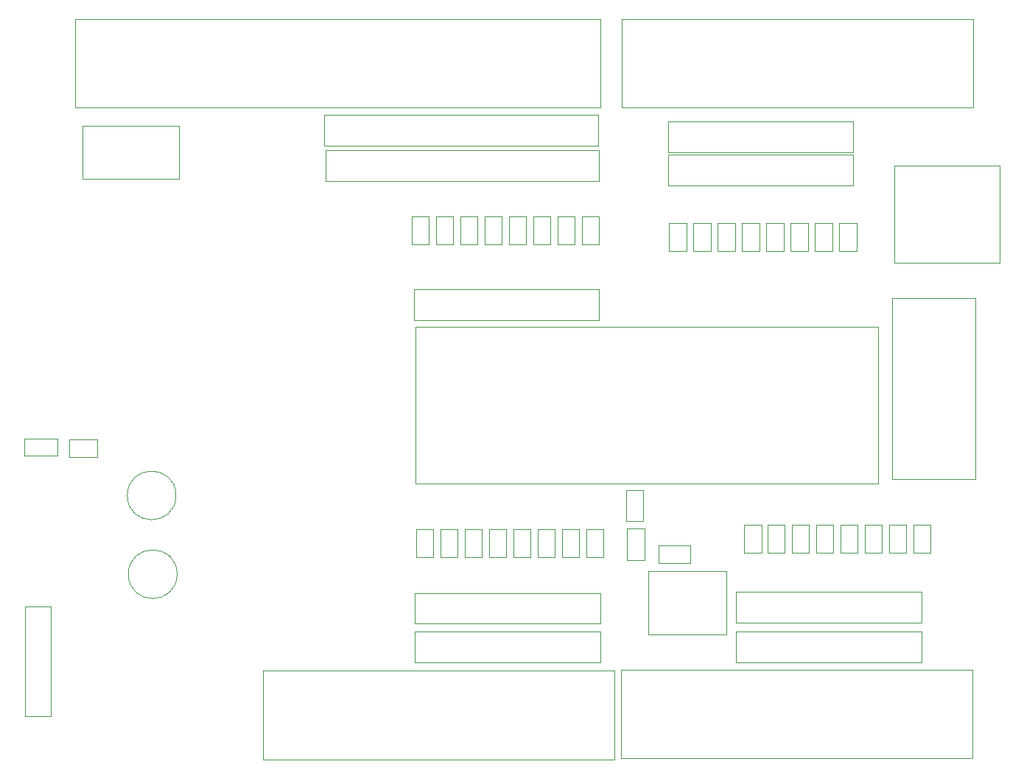
<source format=gbr>
G04 #@! TF.FileFunction,Other,User*
%FSLAX46Y46*%
G04 Gerber Fmt 4.6, Leading zero omitted, Abs format (unit mm)*
G04 Created by KiCad (PCBNEW 201611211049+7371~55~ubuntu16.10.1-product) date Mon Dec 19 15:07:25 2016*
%MOMM*%
%LPD*%
G01*
G04 APERTURE LIST*
%ADD10C,0.100000*%
%ADD11C,0.050000*%
G04 APERTURE END LIST*
D10*
D11*
X112274000Y-103906000D02*
G75*
G03X112274000Y-103906000I-2800000J0D01*
G01*
X112147000Y-94849000D02*
G75*
G03X112147000Y-94849000I-2800000J0D01*
G01*
X204043000Y-72120000D02*
X204043000Y-92970000D01*
X204043000Y-92970000D02*
X194443000Y-92970000D01*
X194443000Y-92970000D02*
X194443000Y-72120000D01*
X194443000Y-72120000D02*
X204043000Y-72120000D01*
X94766000Y-120249000D02*
X94766000Y-107599000D01*
X97766000Y-120249000D02*
X94766000Y-120249000D01*
X94766000Y-107599000D02*
X97766000Y-107599000D01*
X97766000Y-120249000D02*
X97766000Y-107599000D01*
X139663000Y-93475000D02*
X192863000Y-93475000D01*
X139663000Y-75425000D02*
X192863000Y-75425000D01*
X139663000Y-93475000D02*
X139663000Y-75425000D01*
X192863000Y-93475000D02*
X192863000Y-75425000D01*
X166442000Y-110838000D02*
X175442000Y-110838000D01*
X175442000Y-110838000D02*
X175442000Y-103538000D01*
X175442000Y-103538000D02*
X166442000Y-103538000D01*
X166442000Y-103538000D02*
X166442000Y-110838000D01*
X163973000Y-102257000D02*
X163973000Y-98657000D01*
X165973000Y-102257000D02*
X165973000Y-98657000D01*
X163973000Y-102257000D02*
X165973000Y-102257000D01*
X163973000Y-98657000D02*
X165973000Y-98657000D01*
X167618000Y-100600000D02*
X171218000Y-100600000D01*
X167618000Y-102600000D02*
X171218000Y-102600000D01*
X167618000Y-100600000D02*
X167618000Y-102600000D01*
X171218000Y-100600000D02*
X171218000Y-102600000D01*
X165846000Y-94212000D02*
X165846000Y-97812000D01*
X163846000Y-94212000D02*
X163846000Y-97812000D01*
X165846000Y-94212000D02*
X163846000Y-94212000D01*
X165846000Y-97812000D02*
X163846000Y-97812000D01*
X94747000Y-90231000D02*
X94747000Y-88331000D01*
X94747000Y-88331000D02*
X98547000Y-88331000D01*
X98547000Y-88331000D02*
X98547000Y-90231000D01*
X98547000Y-90231000D02*
X94747000Y-90231000D01*
X101374000Y-52352000D02*
X101374000Y-58402000D01*
X112524000Y-52352000D02*
X112524000Y-58402000D01*
X101374000Y-52352000D02*
X112524000Y-52352000D01*
X101374000Y-58402000D02*
X112524000Y-58402000D01*
X99873000Y-88408000D02*
X103073000Y-88408000D01*
X99873000Y-90408000D02*
X103073000Y-90408000D01*
X99873000Y-88408000D02*
X99873000Y-90408000D01*
X103073000Y-88408000D02*
X103073000Y-90408000D01*
X179435000Y-98222000D02*
X179435000Y-101422000D01*
X177435000Y-98222000D02*
X177435000Y-101422000D01*
X179435000Y-98222000D02*
X177435000Y-98222000D01*
X179435000Y-101422000D02*
X177435000Y-101422000D01*
X182102000Y-98222000D02*
X182102000Y-101422000D01*
X180102000Y-98222000D02*
X180102000Y-101422000D01*
X182102000Y-98222000D02*
X180102000Y-98222000D01*
X182102000Y-101422000D02*
X180102000Y-101422000D01*
X184896000Y-98222000D02*
X184896000Y-101422000D01*
X182896000Y-98222000D02*
X182896000Y-101422000D01*
X184896000Y-98222000D02*
X182896000Y-98222000D01*
X184896000Y-101422000D02*
X182896000Y-101422000D01*
X187690000Y-98222000D02*
X187690000Y-101422000D01*
X185690000Y-98222000D02*
X185690000Y-101422000D01*
X187690000Y-98222000D02*
X185690000Y-98222000D01*
X187690000Y-101422000D02*
X185690000Y-101422000D01*
X190484000Y-98222000D02*
X190484000Y-101422000D01*
X188484000Y-98222000D02*
X188484000Y-101422000D01*
X190484000Y-98222000D02*
X188484000Y-98222000D01*
X190484000Y-101422000D02*
X188484000Y-101422000D01*
X193278000Y-98222000D02*
X193278000Y-101422000D01*
X191278000Y-98222000D02*
X191278000Y-101422000D01*
X193278000Y-98222000D02*
X191278000Y-98222000D01*
X193278000Y-101422000D02*
X191278000Y-101422000D01*
X196072000Y-98222000D02*
X196072000Y-101422000D01*
X194072000Y-98222000D02*
X194072000Y-101422000D01*
X196072000Y-98222000D02*
X194072000Y-98222000D01*
X196072000Y-101422000D02*
X194072000Y-101422000D01*
X198866000Y-98222000D02*
X198866000Y-101422000D01*
X196866000Y-98222000D02*
X196866000Y-101422000D01*
X198866000Y-98222000D02*
X196866000Y-98222000D01*
X198866000Y-101422000D02*
X196866000Y-101422000D01*
X139208000Y-65989000D02*
X139208000Y-62789000D01*
X141208000Y-65989000D02*
X141208000Y-62789000D01*
X139208000Y-65989000D02*
X141208000Y-65989000D01*
X139208000Y-62789000D02*
X141208000Y-62789000D01*
X142002000Y-65989000D02*
X142002000Y-62789000D01*
X144002000Y-65989000D02*
X144002000Y-62789000D01*
X142002000Y-65989000D02*
X144002000Y-65989000D01*
X142002000Y-62789000D02*
X144002000Y-62789000D01*
X144796000Y-65989000D02*
X144796000Y-62789000D01*
X146796000Y-65989000D02*
X146796000Y-62789000D01*
X144796000Y-65989000D02*
X146796000Y-65989000D01*
X144796000Y-62789000D02*
X146796000Y-62789000D01*
X147590000Y-65989000D02*
X147590000Y-62789000D01*
X149590000Y-65989000D02*
X149590000Y-62789000D01*
X147590000Y-65989000D02*
X149590000Y-65989000D01*
X147590000Y-62789000D02*
X149590000Y-62789000D01*
X150384000Y-65989000D02*
X150384000Y-62789000D01*
X152384000Y-65989000D02*
X152384000Y-62789000D01*
X150384000Y-65989000D02*
X152384000Y-65989000D01*
X150384000Y-62789000D02*
X152384000Y-62789000D01*
X153178000Y-65989000D02*
X153178000Y-62789000D01*
X155178000Y-65989000D02*
X155178000Y-62789000D01*
X153178000Y-65989000D02*
X155178000Y-65989000D01*
X153178000Y-62789000D02*
X155178000Y-62789000D01*
X155972000Y-65989000D02*
X155972000Y-62789000D01*
X157972000Y-65989000D02*
X157972000Y-62789000D01*
X155972000Y-65989000D02*
X157972000Y-65989000D01*
X155972000Y-62789000D02*
X157972000Y-62789000D01*
X158766000Y-65989000D02*
X158766000Y-62789000D01*
X160766000Y-65989000D02*
X160766000Y-62789000D01*
X158766000Y-65989000D02*
X160766000Y-65989000D01*
X158766000Y-62789000D02*
X160766000Y-62789000D01*
X141716000Y-98730000D02*
X141716000Y-101930000D01*
X139716000Y-98730000D02*
X139716000Y-101930000D01*
X141716000Y-98730000D02*
X139716000Y-98730000D01*
X141716000Y-101930000D02*
X139716000Y-101930000D01*
X144510000Y-98730000D02*
X144510000Y-101930000D01*
X142510000Y-98730000D02*
X142510000Y-101930000D01*
X144510000Y-98730000D02*
X142510000Y-98730000D01*
X144510000Y-101930000D02*
X142510000Y-101930000D01*
X147304000Y-98730000D02*
X147304000Y-101930000D01*
X145304000Y-98730000D02*
X145304000Y-101930000D01*
X147304000Y-98730000D02*
X145304000Y-98730000D01*
X147304000Y-101930000D02*
X145304000Y-101930000D01*
X150098000Y-98730000D02*
X150098000Y-101930000D01*
X148098000Y-98730000D02*
X148098000Y-101930000D01*
X150098000Y-98730000D02*
X148098000Y-98730000D01*
X150098000Y-101930000D02*
X148098000Y-101930000D01*
X152892000Y-98730000D02*
X152892000Y-101930000D01*
X150892000Y-98730000D02*
X150892000Y-101930000D01*
X152892000Y-98730000D02*
X150892000Y-98730000D01*
X152892000Y-101930000D02*
X150892000Y-101930000D01*
X155686000Y-98730000D02*
X155686000Y-101930000D01*
X153686000Y-98730000D02*
X153686000Y-101930000D01*
X155686000Y-98730000D02*
X153686000Y-98730000D01*
X155686000Y-101930000D02*
X153686000Y-101930000D01*
X158480000Y-98730000D02*
X158480000Y-101930000D01*
X156480000Y-98730000D02*
X156480000Y-101930000D01*
X158480000Y-98730000D02*
X156480000Y-98730000D01*
X158480000Y-101930000D02*
X156480000Y-101930000D01*
X161274000Y-98730000D02*
X161274000Y-101930000D01*
X159274000Y-98730000D02*
X159274000Y-101930000D01*
X161274000Y-98730000D02*
X159274000Y-98730000D01*
X161274000Y-101930000D02*
X159274000Y-101930000D01*
X168799000Y-66751000D02*
X168799000Y-63551000D01*
X170799000Y-66751000D02*
X170799000Y-63551000D01*
X168799000Y-66751000D02*
X170799000Y-66751000D01*
X168799000Y-63551000D02*
X170799000Y-63551000D01*
X188357000Y-66751000D02*
X188357000Y-63551000D01*
X190357000Y-66751000D02*
X190357000Y-63551000D01*
X188357000Y-66751000D02*
X190357000Y-66751000D01*
X188357000Y-63551000D02*
X190357000Y-63551000D01*
X185563000Y-66751000D02*
X185563000Y-63551000D01*
X187563000Y-66751000D02*
X187563000Y-63551000D01*
X185563000Y-66751000D02*
X187563000Y-66751000D01*
X185563000Y-63551000D02*
X187563000Y-63551000D01*
X182769000Y-66751000D02*
X182769000Y-63551000D01*
X184769000Y-66751000D02*
X184769000Y-63551000D01*
X182769000Y-66751000D02*
X184769000Y-66751000D01*
X182769000Y-63551000D02*
X184769000Y-63551000D01*
X179975000Y-66751000D02*
X179975000Y-63551000D01*
X181975000Y-66751000D02*
X181975000Y-63551000D01*
X179975000Y-66751000D02*
X181975000Y-66751000D01*
X179975000Y-63551000D02*
X181975000Y-63551000D01*
X177181000Y-66751000D02*
X177181000Y-63551000D01*
X179181000Y-66751000D02*
X179181000Y-63551000D01*
X177181000Y-66751000D02*
X179181000Y-66751000D01*
X177181000Y-63551000D02*
X179181000Y-63551000D01*
X174387000Y-66751000D02*
X174387000Y-63551000D01*
X176387000Y-66751000D02*
X176387000Y-63551000D01*
X174387000Y-66751000D02*
X176387000Y-66751000D01*
X174387000Y-63551000D02*
X176387000Y-63551000D01*
X171593000Y-66751000D02*
X171593000Y-63551000D01*
X173593000Y-66751000D02*
X173593000Y-63551000D01*
X171593000Y-66751000D02*
X173593000Y-66751000D01*
X171593000Y-63551000D02*
X173593000Y-63551000D01*
X203741000Y-50231000D02*
X163341000Y-50231000D01*
X163341000Y-50231000D02*
X163341000Y-40031000D01*
X163341000Y-40031000D02*
X203741000Y-40031000D01*
X203741000Y-40031000D02*
X203741000Y-50231000D01*
X163289000Y-125069000D02*
X163289000Y-114869000D01*
X203689000Y-125069000D02*
X163289000Y-125069000D01*
X203689000Y-114869000D02*
X203689000Y-125069000D01*
X163289000Y-114869000D02*
X203689000Y-114869000D01*
X160942000Y-50231000D02*
X100542000Y-50231000D01*
X160942000Y-40031000D02*
X160942000Y-50231000D01*
X100542000Y-40031000D02*
X160942000Y-40031000D01*
X100542000Y-50231000D02*
X100542000Y-40031000D01*
X122141000Y-125196000D02*
X122141000Y-114996000D01*
X162541000Y-125196000D02*
X122141000Y-125196000D01*
X162541000Y-114996000D02*
X162541000Y-125196000D01*
X122141000Y-114996000D02*
X162541000Y-114996000D01*
X160881000Y-109573000D02*
X160881000Y-106073000D01*
X139581000Y-109573000D02*
X139581000Y-106073000D01*
X160881000Y-109573000D02*
X139581000Y-109573000D01*
X160881000Y-106073000D02*
X139581000Y-106073000D01*
X129314000Y-55146000D02*
X129314000Y-58646000D01*
X160764000Y-55146000D02*
X160764000Y-58646000D01*
X129314000Y-55146000D02*
X160764000Y-55146000D01*
X129314000Y-58646000D02*
X160764000Y-58646000D01*
X168684000Y-59154000D02*
X189984000Y-59154000D01*
X168684000Y-55654000D02*
X189984000Y-55654000D01*
X189984000Y-55654000D02*
X189984000Y-59154000D01*
X168684000Y-55654000D02*
X168684000Y-59154000D01*
X197838000Y-109446000D02*
X197838000Y-105946000D01*
X176538000Y-109446000D02*
X176538000Y-105946000D01*
X197838000Y-109446000D02*
X176538000Y-109446000D01*
X197838000Y-105946000D02*
X176538000Y-105946000D01*
X129187000Y-54582000D02*
X160637000Y-54582000D01*
X129187000Y-51082000D02*
X160637000Y-51082000D01*
X129187000Y-54582000D02*
X129187000Y-51082000D01*
X160637000Y-54582000D02*
X160637000Y-51082000D01*
X160881000Y-110518000D02*
X139581000Y-110518000D01*
X160881000Y-114018000D02*
X139581000Y-114018000D01*
X160881000Y-110518000D02*
X160881000Y-114018000D01*
X139581000Y-110518000D02*
X139581000Y-114018000D01*
X189984000Y-55344000D02*
X189984000Y-51844000D01*
X168684000Y-55344000D02*
X168684000Y-51844000D01*
X168684000Y-51844000D02*
X189984000Y-51844000D01*
X168684000Y-55344000D02*
X189984000Y-55344000D01*
X197838000Y-110518000D02*
X176538000Y-110518000D01*
X197838000Y-114018000D02*
X176538000Y-114018000D01*
X197838000Y-110518000D02*
X197838000Y-114018000D01*
X176538000Y-110518000D02*
X176538000Y-114018000D01*
X139474000Y-71148000D02*
X139474000Y-74648000D01*
X160774000Y-71148000D02*
X160774000Y-74648000D01*
X139474000Y-71148000D02*
X160774000Y-71148000D01*
X139474000Y-74648000D02*
X160774000Y-74648000D01*
X194715000Y-68044000D02*
X206815000Y-68044000D01*
X194715000Y-56894000D02*
X206815000Y-56894000D01*
X194715000Y-68044000D02*
X194715000Y-56894000D01*
X206815000Y-68044000D02*
X206815000Y-56894000D01*
M02*

</source>
